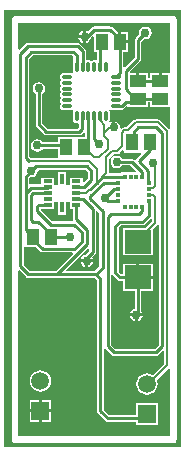
<source format=gtl>
%FSAX24Y24*%
%MOIN*%
G70*
G01*
G75*
G04 Layer_Physical_Order=1*
G04 Layer_Color=255*
%ADD10R,0.0126X0.0354*%
%ADD11R,0.0315X0.0126*%
%ADD12R,0.0118X0.0177*%
%ADD13R,0.0177X0.0118*%
%ADD14O,0.0118X0.0354*%
%ADD15O,0.0354X0.0118*%
%ADD16R,0.0866X0.0787*%
%ADD17R,0.0433X0.0551*%
%ADD18R,0.0551X0.0433*%
%ADD19C,0.0100*%
%ADD20C,0.0080*%
%ADD21C,0.0591*%
%ADD22R,0.0591X0.0591*%
%ADD23C,0.0300*%
G36*
X026050Y030265D02*
X026004Y030246D01*
X026000Y030250D01*
X020150D01*
Y044800D01*
X026050D01*
Y030265D01*
D02*
G37*
%LPC*%
G36*
X025780Y044612D02*
X020500D01*
X020457Y044604D01*
X020421Y044579D01*
X020396Y044543D01*
X020388Y044500D01*
Y030500D01*
X020388Y030500D01*
X020388D01*
X020396Y030457D01*
X020421Y030421D01*
X020457Y030396D01*
X020500Y030388D01*
X025780D01*
X025823Y030396D01*
X025859Y030421D01*
X025884Y030457D01*
X025892Y030500D01*
Y044500D01*
X025884Y044543D01*
X025859Y044579D01*
X025823Y044604D01*
X025780Y044612D01*
D02*
G37*
%LPD*%
G36*
X022327Y038412D02*
Y038386D01*
Y038190D01*
X022433D01*
Y037847D01*
X022433Y037847D01*
X022441Y037806D01*
X022436Y037801D01*
X022387Y037768D01*
X021741D01*
X021365Y038143D01*
X021384Y038190D01*
X021817D01*
Y038386D01*
Y038410D01*
X021832Y038420D01*
X021949D01*
Y037997D01*
X022195D01*
Y038420D01*
X022316D01*
X022327Y038412D01*
D02*
G37*
G36*
X022938Y039404D02*
Y039196D01*
X022809Y039067D01*
X022762Y039086D01*
Y039223D01*
X022327D01*
Y039026D01*
Y039002D01*
X022316Y038994D01*
X022195D01*
Y039416D01*
X021949D01*
Y038994D01*
X021832D01*
X021817Y039003D01*
Y039026D01*
Y039223D01*
X021383D01*
Y039026D01*
Y039006D01*
X021029D01*
X021011Y039002D01*
X020972Y039034D01*
Y039212D01*
X021011Y039244D01*
X021050Y039236D01*
X021132Y039252D01*
X021201Y039299D01*
X021248Y039368D01*
X021264Y039450D01*
X021295Y039488D01*
X022854D01*
X022938Y039404D01*
D02*
G37*
G36*
X025058Y037838D02*
X025061Y037834D01*
Y037756D01*
X024849Y037544D01*
X024107D01*
Y036637D01*
X025093D01*
Y037500D01*
X025235Y037641D01*
X025240Y037649D01*
X025288Y037635D01*
Y033646D01*
X025154Y033512D01*
X023846D01*
X023712Y033646D01*
Y035972D01*
X023760Y035987D01*
X023771Y035971D01*
X023921Y035821D01*
X023957Y035796D01*
X024000Y035788D01*
X024043Y035796D01*
X024044Y035797D01*
X024107D01*
Y035456D01*
X024488D01*
Y034852D01*
X024468Y034848D01*
X024399Y034801D01*
X024352Y034732D01*
X024346Y034700D01*
X024754D01*
X024748Y034732D01*
X024712Y034785D01*
Y035456D01*
X025093D01*
Y035859D01*
X024600D01*
Y035909D01*
X024550D01*
Y036363D01*
X024107D01*
Y036022D01*
X024037D01*
X023962Y036096D01*
Y037554D01*
X024046Y037638D01*
X024750D01*
X024750Y037638D01*
X024793Y037646D01*
X024829Y037671D01*
X025014Y037856D01*
X025058Y037838D01*
D02*
G37*
G36*
X021346Y036765D02*
X021346Y036765D01*
X021382Y036741D01*
X021425Y036732D01*
X021425Y036732D01*
X022408D01*
X022427Y036686D01*
X021854Y036112D01*
X020996D01*
X020792Y036316D01*
Y036914D01*
X020828D01*
Y036914D01*
X021196D01*
X021346Y036765D01*
D02*
G37*
G36*
X023308Y038061D02*
Y036266D01*
X023154Y036112D01*
X022236D01*
X022217Y036158D01*
X022932Y036873D01*
X022978Y036854D01*
Y036792D01*
X022838Y036652D01*
X022818Y036648D01*
X022749Y036601D01*
X022702Y036532D01*
X022696Y036500D01*
X023104D01*
X023098Y036532D01*
X023073Y036570D01*
X023169Y036666D01*
X023169Y036666D01*
X023194Y036703D01*
X023202Y036745D01*
X023202Y036745D01*
Y038101D01*
X023248Y038120D01*
X023308Y038061D01*
D02*
G37*
G36*
X020871Y035921D02*
X020871Y035921D01*
X020907Y035896D01*
X020907Y035896D01*
X020907Y035896D01*
D01*
X020907Y035896D01*
X020907Y035896D01*
X020950Y035888D01*
X020950Y035888D01*
X021900D01*
X021900Y035888D01*
X021900Y035888D01*
X023154D01*
X023238Y035804D01*
Y031450D01*
X023238Y031450D01*
X023246Y031407D01*
X023271Y031371D01*
X023521Y031121D01*
X023521Y031121D01*
X023557Y031096D01*
X023600Y031088D01*
X024545D01*
Y030995D01*
X025255D01*
Y031705D01*
X024545D01*
Y031312D01*
X023646D01*
X023462Y031496D01*
Y033522D01*
X023510Y033537D01*
X023521Y033521D01*
X023721Y033321D01*
X023721Y033321D01*
X023757Y033296D01*
X023757Y033296D01*
X023757Y033296D01*
D01*
X023757Y033296D01*
X023757Y033296D01*
X023800Y033288D01*
X023800Y033288D01*
X025200D01*
X025200Y033288D01*
X025243Y033296D01*
X025279Y033321D01*
X025422Y033463D01*
X025468Y033444D01*
Y033012D01*
X025100Y032644D01*
X025079Y032660D01*
X024993Y032696D01*
X024900Y032708D01*
X024807Y032696D01*
X024721Y032660D01*
X024647Y032603D01*
X024590Y032529D01*
X024554Y032443D01*
X024542Y032350D01*
X024554Y032257D01*
X024590Y032171D01*
X024647Y032097D01*
X024721Y032040D01*
X024807Y032004D01*
X024900Y031992D01*
X024993Y032004D01*
X025079Y032040D01*
X025153Y032097D01*
X025210Y032171D01*
X025246Y032257D01*
X025258Y032350D01*
X025246Y032443D01*
X025229Y032485D01*
X025622Y032877D01*
X025668Y032858D01*
Y030612D01*
X020612D01*
Y036114D01*
X020658Y036133D01*
X020871Y035921D01*
D02*
G37*
G36*
X025668Y042722D02*
X025400D01*
Y042445D01*
X025300D01*
Y042722D01*
X025014D01*
Y042557D01*
X024936D01*
Y042722D01*
X024650D01*
Y042445D01*
X024550D01*
Y042722D01*
X024348D01*
X024329Y042768D01*
X024679Y043118D01*
X024679Y043118D01*
X024704Y043154D01*
X024712Y043197D01*
Y043754D01*
X024804Y043845D01*
X024850Y043836D01*
X024932Y043852D01*
X025001Y043899D01*
X025048Y043968D01*
X025064Y044050D01*
X025048Y044132D01*
X025001Y044201D01*
X024932Y044248D01*
X024850Y044264D01*
X024768Y044248D01*
X024699Y044201D01*
X024652Y044132D01*
X024636Y044050D01*
X024645Y044004D01*
X024521Y043879D01*
X024496Y043843D01*
X024488Y043800D01*
X024488Y043800D01*
Y043244D01*
X024154Y042910D01*
X024107Y042929D01*
Y043414D01*
X024272D01*
Y043700D01*
X023995D01*
Y043750D01*
X023945D01*
Y044086D01*
X023904D01*
X023754Y044235D01*
X023718Y044259D01*
X023675Y044268D01*
X023675Y044268D01*
X023134D01*
X023091Y044259D01*
X023055Y044235D01*
X023055Y044235D01*
X022922Y044102D01*
X022901Y044117D01*
X022869Y044123D01*
Y043919D01*
Y043715D01*
X022901Y043721D01*
X022970Y043767D01*
X023017Y043837D01*
X023027Y043890D01*
X023082Y043945D01*
X023128Y043925D01*
Y043414D01*
X023233D01*
Y043169D01*
X023194Y043137D01*
X023148Y043147D01*
X023102Y043137D01*
X023063Y043111D01*
X023037D01*
X022998Y043137D01*
X022952Y043147D01*
X022906Y043137D01*
X022867Y043169D01*
Y043445D01*
X022858Y043488D01*
X022834Y043525D01*
X022834Y043525D01*
X022679Y043679D01*
X022643Y043704D01*
X022600Y043712D01*
X022600Y043712D01*
X020930D01*
X020887Y043704D01*
X020851Y043679D01*
X020851Y043679D01*
X020658Y043487D01*
X020612Y043506D01*
Y044388D01*
X025668D01*
Y042722D01*
D02*
G37*
G36*
X022446Y043266D02*
Y043072D01*
X022436Y043025D01*
Y042789D01*
X022446Y042743D01*
X022452Y042734D01*
X022416Y042698D01*
X022407Y042704D01*
X022361Y042714D01*
X022125D01*
X022078Y042704D01*
X022039Y042678D01*
X022013Y042639D01*
X022003Y042592D01*
X022013Y042546D01*
X022039Y042506D01*
Y042481D01*
X022013Y042442D01*
X022003Y042395D01*
X022013Y042349D01*
X022039Y042309D01*
Y042284D01*
X022013Y042245D01*
X022003Y042198D01*
X022013Y042152D01*
X022039Y042113D01*
Y042087D01*
X022013Y042048D01*
X022003Y042002D01*
X022013Y041955D01*
X022039Y041916D01*
Y041891D01*
X022013Y041851D01*
X022003Y041805D01*
X022013Y041758D01*
X022039Y041719D01*
Y041694D01*
X022013Y041654D01*
X022003Y041608D01*
X022013Y041561D01*
X022039Y041522D01*
X022078Y041496D01*
X022125Y041486D01*
X022361D01*
X022407Y041496D01*
X022416Y041502D01*
X022452Y041466D01*
X022446Y041457D01*
X022436Y041411D01*
Y041175D01*
X022446Y041128D01*
X022472Y041089D01*
X022511Y041063D01*
X022558Y041053D01*
X022596Y041061D01*
X022635Y041029D01*
Y040900D01*
X022597Y040862D01*
X021596D01*
X021412Y041046D01*
Y042022D01*
X021451Y042049D01*
X021498Y042118D01*
X021514Y042200D01*
X021498Y042282D01*
X021451Y042351D01*
X021382Y042398D01*
X021300Y042414D01*
X021218Y042398D01*
X021149Y042351D01*
X021102Y042282D01*
X021086Y042200D01*
X021102Y042118D01*
X021149Y042049D01*
X021188Y042022D01*
Y041000D01*
X021188Y041000D01*
X021196Y040957D01*
X021221Y040921D01*
X021471Y040671D01*
X021471Y040671D01*
X021507Y040646D01*
X021507Y040646D01*
X021507Y040646D01*
D01*
X021507Y040646D01*
X021507Y040646D01*
X021550Y040638D01*
X022650D01*
X022693Y040646D01*
X022729Y040671D01*
X022742Y040689D01*
X022793Y040741D01*
X022839Y040722D01*
Y040586D01*
X022519D01*
D01*
D01*
X022519Y040586D01*
X022481D01*
Y040586D01*
X021928D01*
Y040412D01*
X021428D01*
X021401Y040451D01*
X021332Y040498D01*
X021250Y040514D01*
X021168Y040498D01*
X021099Y040451D01*
X021052Y040382D01*
X021036Y040300D01*
X021052Y040218D01*
X021099Y040149D01*
X021168Y040102D01*
X021250Y040086D01*
X021332Y040102D01*
X021401Y040149D01*
X021428Y040188D01*
X021928D01*
Y039917D01*
X021928Y039917D01*
X021928D01*
X021928Y039914D01*
X021896Y039882D01*
X021027D01*
X020972Y039936D01*
Y043184D01*
X021096Y043308D01*
X022404D01*
X022446Y043266D01*
D02*
G37*
G36*
X024128Y040122D02*
Y040064D01*
X024681D01*
Y040064D01*
X024690D01*
X024710Y040018D01*
X024542Y039851D01*
X024526Y039826D01*
X024476Y039821D01*
X024468Y039829D01*
X024432Y039854D01*
X024389Y039862D01*
X024389Y039862D01*
X024078D01*
X024051Y039901D01*
X023982Y039948D01*
X023900Y039964D01*
X023818Y039948D01*
X023749Y039901D01*
X023702Y039832D01*
X023686Y039750D01*
X023702Y039668D01*
X023749Y039599D01*
X023818Y039552D01*
X023900Y039536D01*
X023982Y039552D01*
X024051Y039599D01*
X024078Y039638D01*
X024342D01*
X024529Y039451D01*
X024509Y039405D01*
X024038D01*
Y039369D01*
X023637D01*
X023632Y039375D01*
Y039861D01*
X023789Y040018D01*
X023916D01*
X023955Y040026D01*
X023988Y040048D01*
X024082Y040142D01*
X024128Y040122D01*
D02*
G37*
G36*
X025014Y041578D02*
X025668D01*
Y040882D01*
X025622Y040863D01*
X025343Y041142D01*
X025309Y041164D01*
X025270Y041172D01*
X024530D01*
X024491Y041164D01*
X024457Y041142D01*
X024217Y040902D01*
X024143D01*
X024104Y040894D01*
X024071Y040872D01*
X024055Y040856D01*
X024010Y040879D01*
X024014Y040900D01*
D01*
X024014Y040900D01*
X024014D01*
X023998Y040982D01*
X023951Y041051D01*
X023882Y041098D01*
X023850Y041104D01*
Y040900D01*
X023750D01*
Y041104D01*
X023718Y041098D01*
X023673Y041067D01*
X023637Y041103D01*
X023654Y041128D01*
X023664Y041175D01*
Y041411D01*
X023654Y041457D01*
X023648Y041466D01*
X023684Y041502D01*
X023693Y041496D01*
X023739Y041486D01*
X023975D01*
X024022Y041496D01*
X024058D01*
X024058Y041496D01*
X024101Y041504D01*
X024137Y041529D01*
X024218Y041610D01*
X024264Y041590D01*
Y041578D01*
X024936D01*
Y041743D01*
X025014D01*
Y041578D01*
D02*
G37*
%LPC*%
G36*
X021705Y031805D02*
X021400D01*
Y031500D01*
X021705D01*
Y031805D01*
D02*
G37*
G36*
X021350Y032808D02*
X021257Y032796D01*
X021171Y032760D01*
X021097Y032703D01*
X021040Y032629D01*
X021004Y032543D01*
X020992Y032450D01*
X021004Y032357D01*
X021040Y032271D01*
X021097Y032197D01*
X021171Y032140D01*
X021257Y032104D01*
X021350Y032092D01*
X021443Y032104D01*
X021529Y032140D01*
X021603Y032197D01*
X021660Y032271D01*
X021696Y032357D01*
X021708Y032450D01*
X021696Y032543D01*
X021660Y032629D01*
X021603Y032703D01*
X021529Y032760D01*
X021443Y032796D01*
X021350Y032808D01*
D02*
G37*
G36*
X021300Y031805D02*
X020995D01*
Y031500D01*
X021300D01*
Y031805D01*
D02*
G37*
G36*
Y031400D02*
X020995D01*
Y031095D01*
X021300D01*
Y031400D01*
D02*
G37*
G36*
X021705D02*
X021400D01*
Y031095D01*
X021705D01*
Y031400D01*
D02*
G37*
G36*
X022769Y043869D02*
X022615D01*
X022621Y043837D01*
X022667Y043767D01*
X022737Y043721D01*
X022769Y043715D01*
Y043869D01*
D02*
G37*
G36*
X023104Y036400D02*
X022950D01*
Y036246D01*
X022982Y036252D01*
X023051Y036299D01*
X023098Y036368D01*
X023104Y036400D01*
D02*
G37*
G36*
X022769Y044123D02*
X022737Y044117D01*
X022667Y044070D01*
X022621Y044001D01*
X022615Y043969D01*
X022769D01*
Y044123D01*
D02*
G37*
G36*
X024272Y044086D02*
X024045D01*
Y043800D01*
X024272D01*
Y044086D01*
D02*
G37*
G36*
X024754Y034600D02*
X024600D01*
Y034446D01*
X024632Y034452D01*
X024701Y034499D01*
X024748Y034568D01*
X024754Y034600D01*
D02*
G37*
G36*
X024500D02*
X024346D01*
X024352Y034568D01*
X024399Y034499D01*
X024468Y034452D01*
X024500Y034446D01*
Y034600D01*
D02*
G37*
G36*
X022850Y036400D02*
X022696D01*
X022702Y036368D01*
X022749Y036299D01*
X022818Y036252D01*
X022850Y036246D01*
Y036400D01*
D02*
G37*
G36*
X025093Y036363D02*
X024650D01*
Y035959D01*
X025093D01*
Y036363D01*
D02*
G37*
%LPD*%
D10*
X022072Y038234D02*
D03*
Y039179D02*
D03*
D11*
X022545Y039100D02*
D03*
Y038903D02*
D03*
Y038706D02*
D03*
Y038509D02*
D03*
Y038313D02*
D03*
X021600Y039100D02*
D03*
Y038903D02*
D03*
Y038706D02*
D03*
Y038509D02*
D03*
Y038313D02*
D03*
D12*
X024157Y039257D02*
D03*
X024354D02*
D03*
X024550D02*
D03*
X024747D02*
D03*
Y038253D02*
D03*
X024550D02*
D03*
X024354D02*
D03*
X024157D02*
D03*
D13*
X024954Y039050D02*
D03*
Y038853D02*
D03*
Y038656D02*
D03*
Y038459D02*
D03*
X023950D02*
D03*
Y038656D02*
D03*
Y038853D02*
D03*
Y039050D02*
D03*
D14*
X022558Y042907D02*
D03*
X022755D02*
D03*
X022952D02*
D03*
X023148D02*
D03*
X023345D02*
D03*
X023542D02*
D03*
Y041293D02*
D03*
X023345D02*
D03*
X023148D02*
D03*
X022952D02*
D03*
X022755D02*
D03*
X022558D02*
D03*
D15*
X023857Y042592D02*
D03*
Y042395D02*
D03*
Y042198D02*
D03*
Y042002D02*
D03*
Y041805D02*
D03*
Y041608D02*
D03*
X022243D02*
D03*
Y041805D02*
D03*
Y042002D02*
D03*
Y042198D02*
D03*
Y042395D02*
D03*
Y042592D02*
D03*
D16*
X024600Y037091D02*
D03*
Y035909D02*
D03*
D17*
X021695Y037250D02*
D03*
X021105D02*
D03*
X022795Y040250D02*
D03*
X022205D02*
D03*
X024405Y040400D02*
D03*
X024995D02*
D03*
X023995Y043750D02*
D03*
X023405D02*
D03*
D18*
X025350Y042445D02*
D03*
Y041855D02*
D03*
X024600Y042445D02*
D03*
Y041855D02*
D03*
D19*
X023411Y039257D02*
X024157D01*
X022545Y038903D02*
X022803D01*
X023050Y039150D01*
X023002Y038848D02*
X023220Y039065D01*
X022763Y038509D02*
X023090Y038182D01*
X022545Y038509D02*
X022763D01*
X022545Y037847D02*
Y038313D01*
Y037847D02*
X022910Y037482D01*
X021283Y038313D02*
X021600D01*
X021220Y038250D02*
X021283Y038313D01*
X021220Y038130D02*
Y038250D01*
X021106Y038706D02*
X021600D01*
X021040Y038640D02*
X021106Y038706D01*
X021040Y037810D02*
Y038640D01*
X021590Y038893D02*
X021600Y038903D01*
X021029Y038893D02*
X021590D01*
X020860Y038725D02*
X021029Y038893D01*
X020860Y037495D02*
Y038725D01*
X023148Y040502D02*
X023300Y040350D01*
X023148Y040502D02*
Y041293D01*
X024995Y040250D02*
Y040400D01*
Y040145D02*
Y040250D01*
Y040400D02*
X025045Y040195D01*
X024954Y040209D02*
X024995Y040250D01*
X024622Y039772D02*
X024995Y040145D01*
Y040250D02*
X025045Y040300D01*
X024923Y039042D02*
Y039087D01*
X024936Y039100D01*
Y039457D01*
X024622Y039772D02*
X024936Y039457D01*
X025045Y040195D02*
Y040300D01*
X020860Y038725D02*
Y039260D01*
X021050Y039450D01*
X021200Y039600D01*
X022900D01*
X024954Y037954D02*
Y038459D01*
X024629Y038000D02*
X024739Y038110D01*
Y038245D02*
X024747Y038253D01*
X024739Y038110D02*
Y038245D01*
X024747Y038253D02*
X024750Y038250D01*
X024739Y039264D02*
Y039399D01*
Y039264D02*
X024747Y039257D01*
X024389Y039750D02*
X024739Y039399D01*
X023900Y039750D02*
X024389D01*
X023505Y038559D02*
X023605Y038459D01*
X023950D01*
X023505Y038559D02*
X023800Y038853D01*
X023950D01*
X023420Y036220D02*
Y038107D01*
X023013Y038513D02*
X023420Y038107D01*
X023013Y038513D02*
Y038604D01*
X023459Y039050D01*
X022819Y043919D02*
X022897D01*
X023134Y044156D01*
X023675D01*
X023995Y043835D01*
Y043750D02*
Y043835D01*
X023857Y042592D02*
X023995Y042730D01*
Y043750D01*
X024600Y042445D02*
X025350D01*
X024600Y041855D02*
X025350D01*
X022900Y039600D02*
X023050Y039450D01*
Y039150D02*
Y039450D01*
X023947Y038850D02*
X023950Y038853D01*
X023941Y038450D02*
X023950Y038459D01*
X024600Y040900D02*
X025200D01*
X025400Y040700D01*
X024455Y040755D02*
X024600Y040900D01*
X024455Y040300D02*
Y040755D01*
X023345Y043691D02*
X023405Y043750D01*
X023345Y042907D02*
Y043691D01*
X023459Y039050D02*
X023950D01*
X022755Y042907D02*
Y043445D01*
X022600Y043600D02*
X022755Y043445D01*
X020680Y043350D02*
X020930Y043600D01*
X022600D01*
X020680Y036270D02*
X020950Y036000D01*
X022558Y042907D02*
Y043312D01*
X022450Y043420D02*
X022558Y043312D01*
X020860Y043230D02*
X021050Y043420D01*
X022450D01*
X020860Y039890D02*
Y043230D01*
Y039890D02*
X020970Y039780D01*
X023200Y036000D02*
X023350Y035850D01*
Y031450D02*
Y035850D01*
Y031450D02*
X023600Y031200D01*
X024750D01*
X024900Y031350D01*
X025400Y033600D02*
Y040700D01*
X025200Y033400D02*
X025400Y033600D01*
X023800Y033400D02*
X025200D01*
X023600Y033600D02*
X023800Y033400D01*
X023600Y033600D02*
Y037450D01*
X023700Y038000D02*
X024629D01*
X023600Y037900D02*
X023700Y038000D01*
X023600Y037450D02*
Y037900D01*
X024750Y037750D02*
X024954Y037954D01*
X024000Y037750D02*
X024750D01*
X023850Y037600D02*
X024000Y037750D01*
X023850Y036050D02*
Y037600D01*
Y036050D02*
X024000Y035900D01*
X024009Y035909D01*
X024600D01*
X021040Y037810D02*
X021100Y037750D01*
X023857Y041608D02*
X024058D01*
X024200Y041750D01*
X024495D01*
X024450Y041705D02*
X024495Y041750D01*
X024194Y042175D02*
X024515Y041855D01*
X024194Y042175D02*
Y042792D01*
X024600Y043197D01*
Y043800D01*
X024850Y044050D01*
X024495Y041750D02*
X024600Y041855D01*
X024600Y041855D01*
X024515Y041855D02*
X024600D01*
X024600D01*
X021900Y036000D02*
X023200D01*
X023420Y036220D01*
X020860Y037495D02*
X021105Y037250D01*
X021100Y037750D02*
X021281D01*
X021695Y037335D01*
Y037250D02*
Y037335D01*
X020680Y036270D02*
Y043350D01*
X021695Y037250D02*
X022350D01*
X024600Y034700D02*
Y035909D01*
X024550Y034650D02*
X024600Y034700D01*
X022730Y037093D02*
Y037407D01*
X022482Y036844D02*
X022730Y037093D01*
X021425Y036844D02*
X022482D01*
X021105Y037165D02*
X021425Y036844D01*
X021105Y037165D02*
Y037250D01*
X022900Y036450D02*
X022910Y036460D01*
X021220Y038130D02*
X021694Y037656D01*
X022482D01*
X022730Y037407D01*
X020950Y036000D02*
X021900D01*
X022910Y037010D02*
Y037482D01*
X021900Y036000D02*
X022910Y037010D01*
X023090Y036745D02*
Y038182D01*
X022900Y036555D02*
X023090Y036745D01*
X022900Y036450D02*
Y036555D01*
X023148Y041293D02*
X023148Y041293D01*
X022747Y041285D02*
X022755Y041293D01*
X022944Y041285D02*
X022952Y041293D01*
X023141Y041285D02*
X023148Y041293D01*
X023141Y041285D02*
X023141Y041285D01*
X023148Y041293D01*
X023141Y041285D02*
Y041285D01*
X023220Y039065D02*
X023411Y039257D01*
X023148Y041293D02*
Y041293D01*
X021250Y040300D02*
X022155D01*
X022205Y040250D01*
X023141Y041285D02*
X023148Y041293D01*
X022952Y040406D02*
Y041293D01*
X022795Y040250D02*
X022952Y040406D01*
X022747Y040853D02*
Y041285D01*
X021550Y040750D02*
X022650D01*
X021300Y041000D02*
X021550Y040750D01*
X021300Y041000D02*
Y042200D01*
X022650Y040750D02*
Y040756D01*
X022747Y040853D01*
D20*
X022861Y038706D02*
X023002Y038848D01*
X022545Y038706D02*
X022861D01*
X023668Y040900D02*
X023800D01*
X023468Y040700D02*
X023668Y040900D01*
X023468Y040700D02*
Y040996D01*
Y040599D02*
Y040700D01*
X023300Y039900D02*
X023595Y040195D01*
Y040472D01*
X023468Y040599D02*
X023595Y040472D01*
X024285Y040825D02*
X024530Y041070D01*
X024285Y040800D02*
Y040825D01*
X024143Y040800D02*
X024285D01*
X024068Y040725D02*
X024143Y040800D01*
X024530Y041070D02*
X025270D01*
X024900Y032350D02*
X024950D01*
X025570Y032970D01*
Y040770D01*
X025270Y041070D02*
X025570Y040770D01*
X023747Y040120D02*
X023916D01*
X024068Y040272D01*
Y040725D01*
X025095Y039729D02*
X025163Y039662D01*
Y038941D02*
Y039662D01*
X025092Y038871D02*
X025163Y038941D01*
X024972Y038871D02*
X025092D01*
X024954Y038853D02*
X024972Y038871D01*
X024600Y037091D02*
Y037151D01*
X025163Y037714D01*
Y038568D01*
X025092Y038639D02*
X025163Y038568D01*
X024972Y038639D02*
X025092D01*
X024954Y038656D02*
X024972Y038639D01*
X023327Y041275D02*
X023345Y041293D01*
X023530Y039903D02*
X023747Y040120D01*
X023220Y039065D02*
Y039520D01*
X020970Y039780D02*
X022960D01*
X023220Y039520D01*
X023530Y039375D02*
Y039903D01*
X023411Y039257D02*
X023530Y039375D01*
X023345Y041293D02*
X023363Y041275D01*
Y041101D02*
Y041275D01*
Y041101D02*
X023468Y040996D01*
X023145Y039900D02*
X023300D01*
X022795Y040250D02*
X023145Y039900D01*
D21*
X024900Y032350D02*
D03*
X021350Y032450D02*
D03*
D22*
X024900Y031350D02*
D03*
X021350Y031450D02*
D03*
D23*
X023800Y040900D02*
D03*
X023300Y040350D02*
D03*
X025095Y039729D02*
D03*
X021050Y039450D02*
D03*
X023505Y038559D02*
D03*
X022819Y043919D02*
D03*
X023900Y039750D02*
D03*
X024850Y044050D02*
D03*
X022350Y037250D02*
D03*
X024550Y034650D02*
D03*
X022900Y036450D02*
D03*
X021250Y040300D02*
D03*
X021300Y042200D02*
D03*
M02*

</source>
